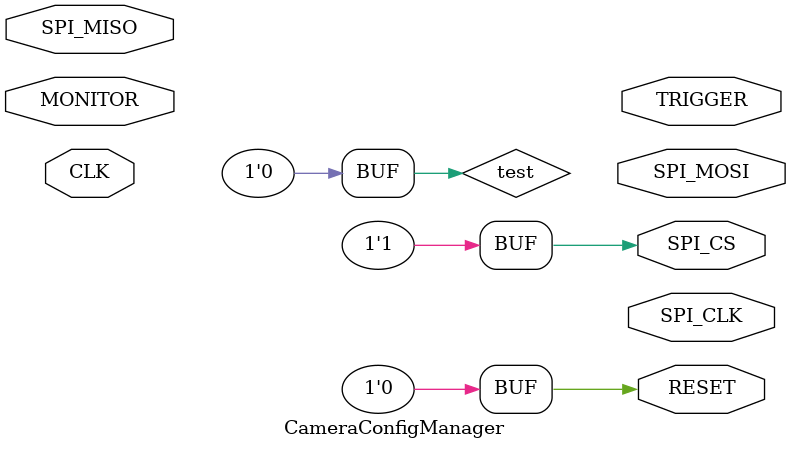
<source format=sv>
`timescale 1ns / 1ps

/* CameraConfigManager - manages boot & config; SPI master to python 300
    Python 300 Docs: https://www.onsemi.com/pdf/datasheet/noip1sn1300a-d.pdf
    Python 300 Notes: https://docs.google.com/document/d/1I_gz72WDF619c93o520tFeQNC_jHlEsQBOqtdv9CuxE/edit?usp=sharing */
module CameraConfigManager(
    input wire CLK,
    output wire SPI_CS, //active low
    output wire SPI_MOSI,
    input wire SPI_MISO,
    output wire SPI_CLK,
    output wire TRIGGER,
    input wire MONITOR,
    output wire RESET //active low
    );

    reg test = 0;
    assign RESET = test;
    assign SPI_CS = 1;

    //TODO SPI MASTER
    // SPIMaster SPI(test);

    task write();
        begin
            test <= ~test;
        end
    endtask
endmodule
</source>
